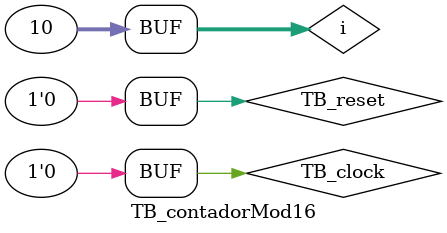
<source format=v>
/*
  Testbench para o MODULO ContadorMod16

  module ContadorMod16(
    input clock,
    input reset,
    input preset,

    output reg [3:0] counter
  );

*/
module TB_contadorMod16;
 
	reg TB_clock, TB_reset, TB_preset;
	wire [3:0] TB_counter;

  integer i = 0;

	ContadorMod16 dut(TB_clock, TB_reset, TB_preset, TB_counter);
 
	initial
		begin
      
      TB_reset = 1'b1; TB_preset = 1'b0; TB_clock = 1'b0; # 25;

      for (i = 0; i < 30; i = i + 1) 
        begin
          TB_reset = 1'b0;
          TB_preset = 1'b0;

          if(TB_clock == 1'b1)
            begin
              TB_clock <= 1'b0;
            end // if
          else
            begin
              TB_clock <= 1'b1;
            end // else
          
          # 25;

        end // for

      TB_reset = 1'b1; TB_preset = 1'b0; TB_clock = 1'b1; # 25;

      for(i = 0; i < 10; i = i + 1)
        begin
          TB_reset = 1'b0;

          if(TB_counter == 4'b0010)
            begin
              TB_preset = 1'b1;
            end // if
          else
            begin
              TB_preset = 1'b0;
            end // else

          if(TB_clock == 1'b1)
            begin
              TB_clock <= 1'b0;
            end // if
          else
            begin
              TB_clock <= 1'b1;
            end // else
          
          # 25;
        
        end // for
      
		end // initial

endmodule
</source>
